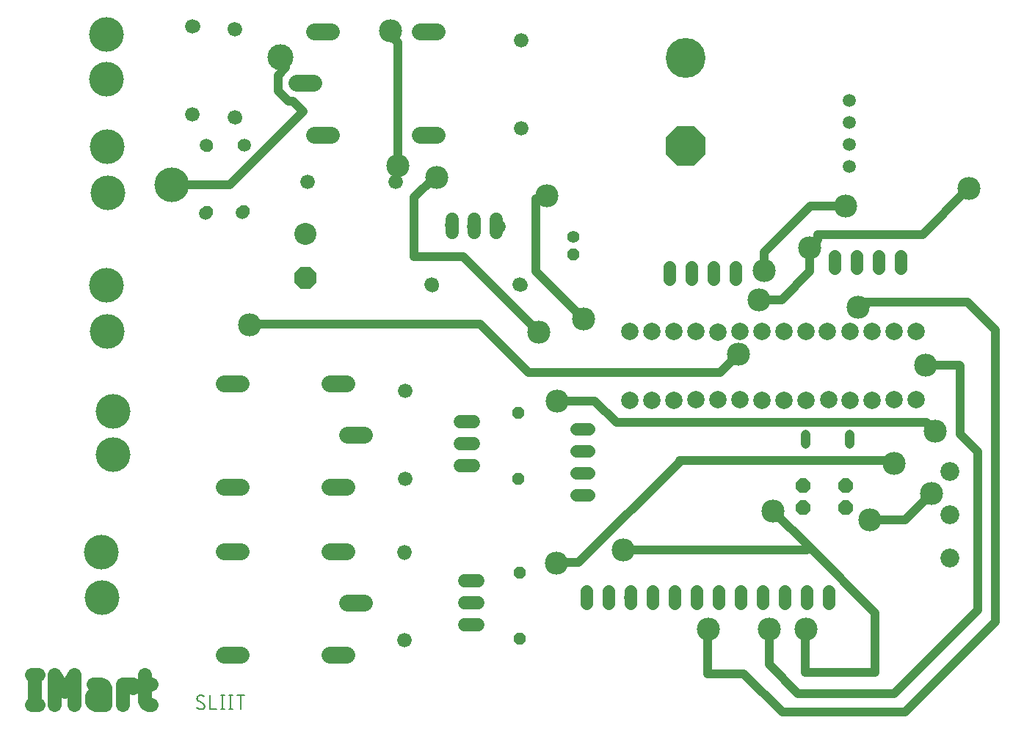
<source format=gbr>
G04 EAGLE Gerber RS-274X export*
G75*
%MOMM*%
%FSLAX34Y34*%
%LPD*%
%INTop Copper*%
%IPPOS*%
%AMOC8*
5,1,8,0,0,1.08239X$1,22.5*%
G01*
%ADD10C,1.574800*%
%ADD11C,0.152400*%
%ADD12C,1.676400*%
%ADD13C,1.950000*%
%ADD14C,1.981200*%
%ADD15C,4.597400*%
%ADD16P,4.976180X8X292.500000*%
%ADD17C,1.524000*%
%ADD18P,1.539592X8X292.500000*%
%ADD19C,1.422400*%
%ADD20C,2.540000*%
%ADD21P,2.749271X8X292.500000*%
%ADD22R,1.298000X1.298000*%
%ADD23C,1.298000*%
%ADD24C,1.117600*%
%ADD25P,1.814519X8X292.500000*%
%ADD26C,1.508000*%
%ADD27C,1.422400*%
%ADD28P,1.429621X8X292.500000*%
%ADD29P,1.429621X8X112.500000*%
%ADD30C,2.184400*%
%ADD31C,2.667000*%
%ADD32C,1.016000*%
%ADD33C,4.000000*%
%ADD34C,3.000000*%
%ADD35C,1.206400*%
%ADD36C,2.000000*%
%ADD37C,1.000000*%
%ADD38C,1.500000*%


D10*
X44535Y65278D02*
X44535Y30226D01*
X48429Y30226D02*
X40640Y30226D01*
X40640Y65278D02*
X48429Y65278D01*
X67141Y65278D02*
X67141Y30226D01*
X78825Y45805D02*
X67141Y65278D01*
X78825Y45805D02*
X90509Y65278D01*
X90509Y30226D01*
X116882Y43857D02*
X125645Y43857D01*
X116882Y43858D02*
X116716Y43856D01*
X116550Y43850D01*
X116384Y43840D01*
X116219Y43826D01*
X116054Y43808D01*
X115890Y43785D01*
X115726Y43759D01*
X115562Y43729D01*
X115400Y43695D01*
X115238Y43657D01*
X115078Y43615D01*
X114918Y43569D01*
X114760Y43519D01*
X114603Y43466D01*
X114447Y43408D01*
X114293Y43347D01*
X114140Y43282D01*
X113989Y43214D01*
X113839Y43141D01*
X113692Y43065D01*
X113546Y42986D01*
X113402Y42903D01*
X113261Y42816D01*
X113121Y42727D01*
X112984Y42633D01*
X112849Y42537D01*
X112716Y42437D01*
X112586Y42334D01*
X112459Y42228D01*
X112334Y42118D01*
X112211Y42006D01*
X112092Y41891D01*
X111975Y41773D01*
X111861Y41652D01*
X111751Y41528D01*
X111643Y41402D01*
X111538Y41273D01*
X111437Y41142D01*
X111339Y41008D01*
X111244Y40872D01*
X111152Y40733D01*
X111064Y40593D01*
X110979Y40450D01*
X110898Y40305D01*
X110820Y40159D01*
X110746Y40010D01*
X110676Y39860D01*
X110609Y39708D01*
X110546Y39554D01*
X110487Y39399D01*
X110431Y39243D01*
X110379Y39085D01*
X110332Y38926D01*
X110288Y38766D01*
X110248Y38605D01*
X110212Y38443D01*
X110179Y38280D01*
X110151Y38116D01*
X110127Y37952D01*
X110107Y37787D01*
X110091Y37622D01*
X110079Y37457D01*
X110071Y37291D01*
X110067Y37125D01*
X110067Y36959D01*
X110071Y36793D01*
X110079Y36627D01*
X110091Y36462D01*
X110107Y36297D01*
X110127Y36132D01*
X110151Y35968D01*
X110179Y35804D01*
X110212Y35641D01*
X110248Y35479D01*
X110288Y35318D01*
X110332Y35158D01*
X110379Y34999D01*
X110431Y34841D01*
X110487Y34685D01*
X110546Y34530D01*
X110609Y34376D01*
X110676Y34224D01*
X110746Y34074D01*
X110820Y33925D01*
X110898Y33779D01*
X110979Y33634D01*
X111064Y33491D01*
X111152Y33351D01*
X111244Y33212D01*
X111339Y33076D01*
X111437Y32942D01*
X111538Y32811D01*
X111643Y32682D01*
X111751Y32556D01*
X111861Y32432D01*
X111975Y32311D01*
X112092Y32193D01*
X112211Y32078D01*
X112334Y31966D01*
X112459Y31856D01*
X112586Y31750D01*
X112716Y31647D01*
X112849Y31547D01*
X112984Y31451D01*
X113121Y31357D01*
X113261Y31268D01*
X113402Y31181D01*
X113546Y31098D01*
X113692Y31019D01*
X113839Y30943D01*
X113989Y30870D01*
X114140Y30802D01*
X114293Y30737D01*
X114447Y30676D01*
X114603Y30618D01*
X114760Y30565D01*
X114918Y30515D01*
X115078Y30469D01*
X115238Y30427D01*
X115400Y30389D01*
X115562Y30355D01*
X115726Y30325D01*
X115890Y30299D01*
X116054Y30276D01*
X116219Y30258D01*
X116384Y30244D01*
X116550Y30234D01*
X116716Y30228D01*
X116882Y30226D01*
X125645Y30226D01*
X125645Y47752D01*
X125643Y47902D01*
X125637Y48053D01*
X125628Y48203D01*
X125614Y48353D01*
X125597Y48502D01*
X125575Y48651D01*
X125550Y48799D01*
X125521Y48947D01*
X125489Y49094D01*
X125452Y49240D01*
X125412Y49385D01*
X125368Y49529D01*
X125321Y49671D01*
X125269Y49813D01*
X125215Y49953D01*
X125156Y50091D01*
X125094Y50229D01*
X125029Y50364D01*
X124960Y50498D01*
X124887Y50629D01*
X124811Y50759D01*
X124732Y50887D01*
X124650Y51013D01*
X124564Y51137D01*
X124476Y51258D01*
X124384Y51378D01*
X124289Y51494D01*
X124191Y51609D01*
X124090Y51720D01*
X123987Y51829D01*
X123880Y51936D01*
X123771Y52039D01*
X123660Y52140D01*
X123545Y52238D01*
X123429Y52333D01*
X123309Y52425D01*
X123188Y52513D01*
X123064Y52599D01*
X122938Y52681D01*
X122810Y52760D01*
X122680Y52836D01*
X122549Y52909D01*
X122415Y52978D01*
X122280Y53043D01*
X122142Y53105D01*
X122004Y53164D01*
X121864Y53218D01*
X121722Y53270D01*
X121580Y53317D01*
X121436Y53361D01*
X121291Y53401D01*
X121145Y53438D01*
X120998Y53470D01*
X120850Y53499D01*
X120702Y53524D01*
X120553Y53546D01*
X120404Y53563D01*
X120254Y53577D01*
X120104Y53586D01*
X119953Y53592D01*
X119803Y53594D01*
X112014Y53594D01*
X146439Y53594D02*
X146439Y30226D01*
X146439Y53594D02*
X158123Y53594D01*
X158123Y49699D01*
X167640Y53594D02*
X179324Y53594D01*
X171535Y65278D02*
X171535Y36068D01*
X171537Y35918D01*
X171543Y35767D01*
X171552Y35617D01*
X171566Y35467D01*
X171583Y35318D01*
X171605Y35169D01*
X171630Y35021D01*
X171659Y34873D01*
X171691Y34726D01*
X171728Y34580D01*
X171768Y34435D01*
X171812Y34291D01*
X171859Y34149D01*
X171911Y34007D01*
X171965Y33867D01*
X172024Y33729D01*
X172086Y33591D01*
X172151Y33456D01*
X172220Y33322D01*
X172293Y33191D01*
X172369Y33061D01*
X172448Y32933D01*
X172530Y32807D01*
X172616Y32683D01*
X172704Y32562D01*
X172796Y32442D01*
X172891Y32326D01*
X172989Y32211D01*
X173090Y32100D01*
X173193Y31991D01*
X173300Y31884D01*
X173409Y31781D01*
X173520Y31680D01*
X173635Y31582D01*
X173751Y31487D01*
X173871Y31395D01*
X173992Y31307D01*
X174116Y31221D01*
X174242Y31139D01*
X174370Y31060D01*
X174500Y30984D01*
X174631Y30911D01*
X174765Y30842D01*
X174900Y30777D01*
X175038Y30715D01*
X175176Y30656D01*
X175316Y30602D01*
X175458Y30550D01*
X175600Y30503D01*
X175744Y30459D01*
X175889Y30419D01*
X176035Y30382D01*
X176182Y30350D01*
X176330Y30321D01*
X176478Y30296D01*
X176627Y30274D01*
X176776Y30257D01*
X176926Y30243D01*
X177076Y30234D01*
X177227Y30228D01*
X177377Y30226D01*
X179324Y30226D01*
D11*
X236882Y24947D02*
X237000Y24949D01*
X237118Y24955D01*
X237236Y24964D01*
X237353Y24978D01*
X237470Y24995D01*
X237587Y25016D01*
X237702Y25041D01*
X237817Y25070D01*
X237931Y25103D01*
X238043Y25139D01*
X238154Y25179D01*
X238264Y25222D01*
X238373Y25269D01*
X238480Y25319D01*
X238585Y25374D01*
X238688Y25431D01*
X238789Y25492D01*
X238889Y25556D01*
X238986Y25623D01*
X239081Y25693D01*
X239173Y25767D01*
X239264Y25843D01*
X239351Y25923D01*
X239436Y26005D01*
X239518Y26090D01*
X239598Y26177D01*
X239674Y26268D01*
X239748Y26360D01*
X239818Y26455D01*
X239885Y26552D01*
X239949Y26652D01*
X240010Y26753D01*
X240067Y26856D01*
X240122Y26961D01*
X240172Y27068D01*
X240219Y27177D01*
X240262Y27287D01*
X240302Y27398D01*
X240338Y27510D01*
X240371Y27624D01*
X240400Y27739D01*
X240425Y27854D01*
X240446Y27971D01*
X240463Y28088D01*
X240477Y28205D01*
X240486Y28323D01*
X240492Y28441D01*
X240494Y28559D01*
X236882Y24947D02*
X236699Y24949D01*
X236517Y24956D01*
X236335Y24967D01*
X236153Y24982D01*
X235971Y25002D01*
X235790Y25025D01*
X235610Y25054D01*
X235430Y25086D01*
X235251Y25123D01*
X235074Y25164D01*
X234897Y25210D01*
X234721Y25259D01*
X234547Y25313D01*
X234373Y25371D01*
X234202Y25433D01*
X234032Y25499D01*
X233863Y25570D01*
X233696Y25644D01*
X233531Y25722D01*
X233368Y25804D01*
X233207Y25890D01*
X233048Y25980D01*
X232891Y26074D01*
X232737Y26171D01*
X232585Y26272D01*
X232435Y26377D01*
X232288Y26485D01*
X232144Y26596D01*
X232002Y26711D01*
X231863Y26830D01*
X231727Y26952D01*
X231594Y27077D01*
X231464Y27205D01*
X231915Y37590D02*
X231917Y37708D01*
X231923Y37826D01*
X231932Y37944D01*
X231946Y38061D01*
X231963Y38178D01*
X231984Y38295D01*
X232009Y38410D01*
X232038Y38525D01*
X232071Y38639D01*
X232107Y38751D01*
X232147Y38862D01*
X232190Y38972D01*
X232237Y39081D01*
X232287Y39188D01*
X232342Y39293D01*
X232399Y39396D01*
X232460Y39497D01*
X232524Y39597D01*
X232591Y39694D01*
X232661Y39789D01*
X232735Y39881D01*
X232811Y39972D01*
X232891Y40059D01*
X232973Y40144D01*
X233058Y40226D01*
X233145Y40306D01*
X233236Y40382D01*
X233328Y40456D01*
X233423Y40526D01*
X233520Y40593D01*
X233620Y40657D01*
X233721Y40718D01*
X233824Y40776D01*
X233929Y40830D01*
X234036Y40880D01*
X234145Y40927D01*
X234255Y40971D01*
X234366Y41010D01*
X234479Y41046D01*
X234592Y41079D01*
X234707Y41108D01*
X234822Y41133D01*
X234939Y41154D01*
X235056Y41171D01*
X235173Y41185D01*
X235291Y41194D01*
X235409Y41200D01*
X235527Y41202D01*
X235688Y41200D01*
X235850Y41194D01*
X236011Y41185D01*
X236172Y41171D01*
X236332Y41154D01*
X236492Y41133D01*
X236652Y41108D01*
X236811Y41079D01*
X236969Y41047D01*
X237126Y41011D01*
X237282Y40971D01*
X237438Y40927D01*
X237592Y40879D01*
X237745Y40828D01*
X237897Y40774D01*
X238048Y40715D01*
X238197Y40654D01*
X238344Y40588D01*
X238490Y40519D01*
X238635Y40447D01*
X238777Y40371D01*
X238918Y40292D01*
X239057Y40210D01*
X239193Y40124D01*
X239328Y40035D01*
X239461Y39943D01*
X239591Y39847D01*
X233721Y34429D02*
X233620Y34491D01*
X233520Y34556D01*
X233423Y34625D01*
X233328Y34697D01*
X233235Y34771D01*
X233145Y34849D01*
X233057Y34930D01*
X232972Y35013D01*
X232890Y35099D01*
X232811Y35188D01*
X232734Y35279D01*
X232661Y35373D01*
X232590Y35469D01*
X232523Y35567D01*
X232459Y35667D01*
X232398Y35770D01*
X232341Y35874D01*
X232287Y35980D01*
X232237Y36088D01*
X232190Y36197D01*
X232146Y36308D01*
X232106Y36420D01*
X232070Y36534D01*
X232038Y36648D01*
X232009Y36764D01*
X231984Y36880D01*
X231963Y36997D01*
X231946Y37115D01*
X231932Y37233D01*
X231923Y37352D01*
X231917Y37471D01*
X231915Y37590D01*
X238688Y31720D02*
X238789Y31658D01*
X238889Y31593D01*
X238986Y31524D01*
X239081Y31452D01*
X239174Y31378D01*
X239264Y31300D01*
X239352Y31219D01*
X239437Y31136D01*
X239519Y31050D01*
X239598Y30961D01*
X239675Y30870D01*
X239748Y30776D01*
X239819Y30680D01*
X239886Y30582D01*
X239950Y30482D01*
X240011Y30379D01*
X240068Y30275D01*
X240122Y30169D01*
X240172Y30061D01*
X240219Y29952D01*
X240263Y29841D01*
X240303Y29729D01*
X240339Y29615D01*
X240371Y29501D01*
X240400Y29385D01*
X240425Y29269D01*
X240446Y29152D01*
X240463Y29034D01*
X240477Y28916D01*
X240486Y28797D01*
X240492Y28678D01*
X240494Y28559D01*
X238688Y31720D02*
X233721Y34429D01*
X247124Y41202D02*
X247124Y24946D01*
X254349Y24946D01*
X261510Y24946D02*
X261510Y41202D01*
X259704Y24946D02*
X263316Y24946D01*
X263316Y41202D02*
X259704Y41202D01*
X270888Y41202D02*
X270888Y24946D01*
X269082Y24946D02*
X272695Y24946D01*
X272695Y41202D02*
X269082Y41202D01*
X282351Y41202D02*
X282351Y24946D01*
X277836Y41202D02*
X286867Y41202D01*
D12*
X226314Y813054D03*
X226314Y711454D03*
X359410Y634238D03*
X461010Y634238D03*
X275336Y810260D03*
X275336Y708660D03*
D13*
X127000Y803910D03*
X127000Y753110D03*
X127000Y673100D03*
X127000Y622300D03*
D14*
X346456Y748030D02*
X366268Y748030D01*
X366776Y688340D02*
X386588Y688340D01*
X386588Y807720D02*
X366776Y807720D01*
X488696Y807720D02*
X508508Y807720D01*
X508508Y688340D02*
X488696Y688340D01*
D15*
X795020Y776732D03*
D16*
X795020Y675132D03*
D12*
X605790Y797306D03*
X605790Y695706D03*
D17*
X526288Y590550D02*
X526288Y575310D01*
X551688Y575310D02*
X551688Y590550D01*
X577088Y590550D02*
X577088Y575310D01*
D18*
X666242Y550164D03*
D19*
X666242Y570484D03*
D20*
X356616Y573786D03*
D21*
X356616Y522986D03*
D22*
X731012Y381886D03*
D23*
X756412Y381886D03*
X781812Y381886D03*
X807212Y381886D03*
X832612Y381886D03*
X858012Y381886D03*
X883412Y381886D03*
X908812Y381886D03*
X934212Y381886D03*
X959612Y381886D03*
X985012Y381886D03*
X1010412Y381886D03*
X1035812Y381886D03*
X1061212Y381886D03*
X1061212Y460886D03*
X1035812Y460886D03*
X1010412Y460886D03*
X985012Y460886D03*
X959612Y460886D03*
X934212Y460886D03*
X908812Y460886D03*
X883412Y460886D03*
X858012Y460886D03*
X832612Y460886D03*
X807212Y460886D03*
X781812Y460886D03*
X756412Y460886D03*
X731012Y460886D03*
D12*
X502666Y515112D03*
X604266Y515112D03*
D24*
X984250Y342646D02*
X984250Y331470D01*
X933450Y331470D02*
X933450Y342646D01*
D25*
X979932Y283718D03*
X979932Y258318D03*
X930656Y283718D03*
X930656Y258318D03*
D26*
X984504Y728218D03*
X984504Y702818D03*
X984504Y677418D03*
X984504Y652018D03*
D27*
X960374Y161290D02*
X960374Y147066D01*
X934974Y147066D02*
X934974Y161290D01*
X909574Y161290D02*
X909574Y147066D01*
X884174Y147066D02*
X884174Y161290D01*
X858774Y161290D02*
X858774Y147066D01*
X807974Y147066D02*
X807974Y161290D01*
X833374Y161290D02*
X833374Y147066D01*
X680974Y147066D02*
X680974Y161290D01*
X782574Y161290D02*
X782574Y147066D01*
X757174Y147066D02*
X757174Y161290D01*
X731774Y161290D02*
X731774Y147066D01*
X706374Y147066D02*
X706374Y161290D01*
D13*
X129540Y464820D03*
X129540Y515620D03*
X131826Y369824D03*
X131826Y319024D03*
D14*
X405130Y341376D02*
X424942Y341376D01*
X404622Y401066D02*
X384810Y401066D01*
X384810Y281686D02*
X404622Y281686D01*
X282702Y281686D02*
X262890Y281686D01*
X262890Y401066D02*
X282702Y401066D01*
D28*
X601980Y367030D03*
X601980Y290830D03*
D12*
X472186Y290830D03*
X472186Y392430D03*
D17*
X535178Y306324D02*
X550418Y306324D01*
X550418Y331724D02*
X535178Y331724D01*
X535178Y357124D02*
X550418Y357124D01*
D29*
X285496Y599694D03*
X285496Y675894D03*
D28*
X243586Y675386D03*
X243586Y599186D03*
D13*
X122174Y154940D03*
X122174Y205740D03*
D14*
X405130Y147828D02*
X424942Y147828D01*
X404622Y207518D02*
X384810Y207518D01*
X384810Y88138D02*
X404622Y88138D01*
X282702Y88138D02*
X262890Y88138D01*
X262890Y207518D02*
X282702Y207518D01*
D12*
X471424Y104394D03*
X471424Y205994D03*
D17*
X540512Y122428D02*
X555752Y122428D01*
X555752Y147828D02*
X540512Y147828D01*
X540512Y173228D02*
X555752Y173228D01*
D28*
X604266Y182372D03*
X604266Y106172D03*
D27*
X669036Y272288D02*
X683260Y272288D01*
X683260Y297688D02*
X669036Y297688D01*
X669036Y323088D02*
X683260Y323088D01*
X683260Y348488D02*
X669036Y348488D01*
X966978Y533908D02*
X966978Y548132D01*
X992378Y548132D02*
X992378Y533908D01*
X1017778Y533908D02*
X1017778Y548132D01*
X1043178Y548132D02*
X1043178Y533908D01*
X852678Y535432D02*
X852678Y521208D01*
X827278Y521208D02*
X827278Y535432D01*
X801878Y535432D02*
X801878Y521208D01*
X776478Y521208D02*
X776478Y535432D01*
D30*
X1100074Y299174D03*
X1100074Y249174D03*
X1100074Y199174D03*
D31*
X626110Y460248D03*
D32*
X539242Y547116D01*
X481838Y547116D01*
X481838Y615696D01*
X505460Y639318D01*
X508762Y639318D01*
D31*
X508762Y639318D03*
X463296Y652780D03*
D32*
X463296Y794766D01*
X450088Y807974D01*
X454914Y807974D01*
X455422Y808482D01*
D31*
X455422Y808482D03*
X896366Y253746D03*
D32*
X938149Y211963D01*
X1014222Y135890D01*
X1014222Y67056D01*
X933704Y67056D01*
X933704Y113538D01*
X934466Y114300D01*
X934466Y117094D01*
D31*
X934466Y117094D03*
X723646Y208534D03*
D32*
X934720Y208534D01*
X938149Y211963D01*
X622808Y530606D02*
X622808Y614680D01*
X631952Y614680D01*
X635254Y617982D01*
D31*
X635254Y617982D03*
D32*
X622808Y530606D02*
X677926Y475488D01*
D31*
X886206Y531114D03*
D32*
X886206Y552450D01*
X939292Y605536D01*
X979678Y605536D01*
D31*
X979678Y605536D03*
X677926Y475488D03*
X938784Y558038D03*
D32*
X947928Y567182D01*
X947928Y573024D01*
X1068578Y573024D01*
X1119124Y623570D01*
X1119632Y623570D01*
X1122172Y626110D01*
D31*
X1122172Y626110D03*
X880110Y497840D03*
D32*
X906018Y497840D01*
X938784Y530606D02*
X938784Y558038D01*
X938784Y530606D02*
X906018Y497840D01*
D31*
X1007618Y243586D03*
D32*
X1048766Y243586D01*
D31*
X1078992Y273812D03*
D32*
X1048766Y243586D01*
D31*
X891794Y117094D03*
D32*
X891794Y76454D01*
X925068Y43180D01*
X1036066Y43180D01*
X1132078Y139192D01*
X1132078Y322072D01*
X1111758Y342392D01*
X1111758Y421386D01*
X1111250Y421894D01*
D31*
X1072134Y421894D03*
D32*
X1111250Y421894D01*
D31*
X821944Y117602D03*
D32*
X820674Y116332D01*
X820674Y65786D01*
X862584Y65786D01*
X906780Y21590D01*
X1048512Y21590D01*
X1152906Y125984D01*
X1152906Y463042D02*
X1120902Y495046D01*
X993902Y495046D01*
X992632Y493776D01*
X992632Y490474D01*
X994156Y488950D01*
D31*
X994156Y488950D03*
D32*
X1152906Y463042D02*
X1152906Y125984D01*
D31*
X856097Y434654D03*
D32*
X834955Y413512D01*
X614172Y413512D01*
X558038Y469646D01*
X293116Y469646D02*
X292354Y468884D01*
D31*
X292354Y468884D03*
D32*
X293116Y469646D02*
X558038Y469646D01*
D31*
X1083310Y345948D03*
D32*
X1073404Y355854D01*
X715518Y355854D01*
X647192Y381000D02*
X646684Y380492D01*
X690372Y381000D02*
X715518Y355854D01*
X690372Y381000D02*
X647192Y381000D01*
D31*
X647192Y381000D03*
D33*
X203124Y630807D03*
D32*
X269286Y630807D01*
X353971Y715491D01*
X342768Y726694D01*
X337618Y726694D01*
X325120Y739192D01*
X325120Y756868D01*
X333826Y765574D01*
X333826Y778834D01*
X329510Y778834D01*
X328071Y777395D01*
D34*
X328071Y777395D03*
D31*
X1035812Y309118D03*
D32*
X1033018Y311912D01*
X788924Y311912D01*
X789178Y311658D01*
X671830Y194310D01*
X650748Y194310D01*
X649732Y193294D01*
X646430Y193294D01*
D31*
X646430Y193294D03*
D35*
X960924Y153506D03*
X935611Y153506D03*
X909815Y154312D03*
X884280Y153946D03*
X858972Y153830D03*
X833315Y153714D03*
X808181Y153508D03*
X783103Y153341D03*
X757189Y153508D03*
X730606Y154009D03*
X705528Y153508D03*
X680729Y153269D03*
X676651Y271895D03*
X674966Y297664D03*
X676170Y322469D03*
X676651Y347516D03*
X548205Y172571D03*
X548373Y147278D03*
X548791Y121919D03*
X543083Y305803D03*
X542851Y330416D03*
X542521Y356142D03*
X776436Y528503D03*
X802131Y528456D03*
X827152Y528137D03*
X852707Y528215D03*
X967184Y540492D03*
X992150Y540908D03*
X1017813Y541116D03*
X1043231Y541117D03*
D36*
X1061239Y460782D03*
X1035922Y461003D03*
X1010455Y460770D03*
X984981Y460896D03*
X959215Y461178D03*
X934247Y460800D03*
X909027Y461367D03*
X909162Y461046D03*
X883584Y460863D03*
X858100Y461140D03*
X832490Y460576D03*
X807328Y461070D03*
X781810Y460888D03*
X756248Y460800D03*
X731046Y460787D03*
X731031Y381857D03*
X756457Y381761D03*
X782022Y381953D03*
X807204Y382146D03*
X832339Y382001D03*
X857919Y382124D03*
X883566Y381524D03*
X908924Y381680D03*
X934174Y381922D03*
X960342Y382309D03*
X984937Y381945D03*
X1010706Y381906D03*
X1035898Y382022D03*
X1060875Y382067D03*
D37*
X984563Y728409D03*
X984563Y702156D03*
X984897Y676905D03*
X984730Y651822D03*
X602365Y366641D03*
D33*
X127143Y804127D03*
X127143Y752348D03*
X128614Y674070D03*
X129158Y621311D03*
X127785Y514638D03*
X128617Y461342D03*
X134853Y369268D03*
X135353Y318800D03*
X121190Y206696D03*
X122568Y153408D03*
D38*
X227753Y812990D03*
X226254Y710554D03*
X276200Y707556D03*
X327644Y776013D03*
X377090Y806994D03*
X274702Y810991D03*
X500456Y808493D03*
X497459Y689068D03*
X374593Y688568D03*
X356113Y572141D03*
X358111Y523172D03*
X284191Y598624D03*
X241737Y597625D03*
X242237Y676576D03*
X286189Y676576D03*
X273957Y401294D03*
X395049Y401894D03*
X417829Y341910D03*
X393850Y281926D03*
X394072Y207870D03*
X417546Y147907D03*
X395071Y86945D03*
X271205Y86446D03*
X471987Y104435D03*
X471488Y204872D03*
X502953Y513464D03*
X605462Y514664D03*
X525733Y583646D03*
X550911Y581846D03*
X580285Y582446D03*
X795494Y777395D03*
X796093Y674822D03*
X605342Y695064D03*
X1122132Y626323D03*
M02*

</source>
